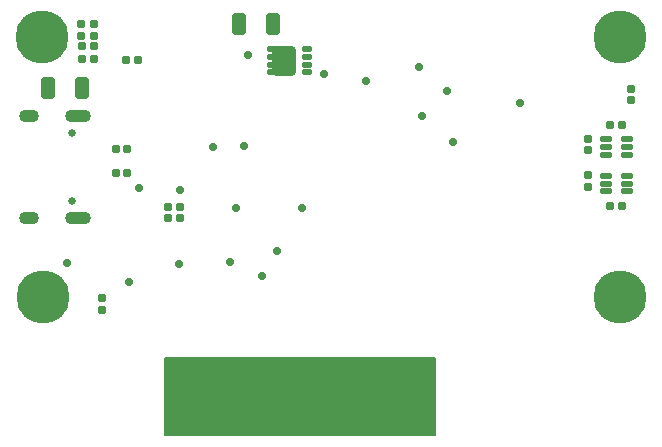
<source format=gbr>
%TF.GenerationSoftware,KiCad,Pcbnew,9.0.2*%
%TF.CreationDate,2026-02-15T12:31:08+01:00*%
%TF.ProjectId,PDNode-PDCard-5031,50444e6f-6465-42d5-9044-436172642d35,1.0.0*%
%TF.SameCoordinates,Original*%
%TF.FileFunction,Soldermask,Bot*%
%TF.FilePolarity,Negative*%
%FSLAX46Y46*%
G04 Gerber Fmt 4.6, Leading zero omitted, Abs format (unit mm)*
G04 Created by KiCad (PCBNEW 9.0.2) date 2026-02-15 12:31:08*
%MOMM*%
%LPD*%
G01*
G04 APERTURE LIST*
G04 Aperture macros list*
%AMRoundRect*
0 Rectangle with rounded corners*
0 $1 Rounding radius*
0 $2 $3 $4 $5 $6 $7 $8 $9 X,Y pos of 4 corners*
0 Add a 4 corners polygon primitive as box body*
4,1,4,$2,$3,$4,$5,$6,$7,$8,$9,$2,$3,0*
0 Add four circle primitives for the rounded corners*
1,1,$1+$1,$2,$3*
1,1,$1+$1,$4,$5*
1,1,$1+$1,$6,$7*
1,1,$1+$1,$8,$9*
0 Add four rect primitives between the rounded corners*
20,1,$1+$1,$2,$3,$4,$5,0*
20,1,$1+$1,$4,$5,$6,$7,0*
20,1,$1+$1,$6,$7,$8,$9,0*
20,1,$1+$1,$8,$9,$2,$3,0*%
G04 Aperture macros list end*
%ADD10C,0.150000*%
%ADD11C,0.800000*%
%ADD12C,4.500000*%
%ADD13C,0.650000*%
%ADD14O,2.200000X1.100000*%
%ADD15O,1.700000X1.100000*%
%ADD16RoundRect,0.050000X-0.350000X-1.600000X0.350000X-1.600000X0.350000X1.600000X-0.350000X1.600000X0*%
%ADD17RoundRect,0.050000X-0.350000X-2.150000X0.350000X-2.150000X0.350000X2.150000X-0.350000X2.150000X0*%
%ADD18RoundRect,0.160000X-0.210000X0.160000X-0.210000X-0.160000X0.210000X-0.160000X0.210000X0.160000X0*%
%ADD19C,0.700000*%
%ADD20RoundRect,0.165000X-0.165000X-0.195000X0.165000X-0.195000X0.165000X0.195000X-0.165000X0.195000X0*%
%ADD21RoundRect,0.165000X-0.195000X0.165000X-0.195000X-0.165000X0.195000X-0.165000X0.195000X0.165000X0*%
%ADD22RoundRect,0.165000X0.165000X0.195000X-0.165000X0.195000X-0.165000X-0.195000X0.165000X-0.195000X0*%
%ADD23RoundRect,0.160000X-0.160000X-0.210000X0.160000X-0.210000X0.160000X0.210000X-0.160000X0.210000X0*%
%ADD24RoundRect,0.165000X0.195000X-0.165000X0.195000X0.165000X-0.195000X0.165000X-0.195000X-0.165000X0*%
%ADD25RoundRect,0.272222X0.340278X0.652778X-0.340278X0.652778X-0.340278X-0.652778X0.340278X-0.652778X0*%
%ADD26RoundRect,0.125000X0.425000X0.125000X-0.425000X0.125000X-0.425000X-0.125000X0.425000X-0.125000X0*%
%ADD27RoundRect,0.172500X-0.197500X0.172500X-0.197500X-0.172500X0.197500X-0.172500X0.197500X0.172500X0*%
%ADD28RoundRect,0.272222X-0.340278X-0.652778X0.340278X-0.652778X0.340278X0.652778X-0.340278X0.652778X0*%
%ADD29RoundRect,0.130000X0.270000X0.130000X-0.270000X0.130000X-0.270000X-0.130000X0.270000X-0.130000X0*%
%ADD30RoundRect,0.305625X0.713125X0.930731X-0.713125X0.930731X-0.713125X-0.930731X0.713125X-0.930731X0*%
%ADD31RoundRect,0.078000X0.409500X0.182000X-0.409500X0.182000X-0.409500X-0.182000X0.409500X-0.182000X0*%
G04 APERTURE END LIST*
D10*
X12975000Y5875000D02*
X35800000Y5875000D01*
X35800000Y-725000D01*
X12975000Y-725000D01*
X12975000Y5875000D01*
G36*
X12975000Y5875000D02*
G01*
X35800000Y5875000D01*
X35800000Y-725000D01*
X12975000Y-725000D01*
X12975000Y5875000D01*
G37*
D11*
%TO.C,H3*%
X51500000Y31375000D03*
X50333274Y31858274D03*
X52666726Y31858274D03*
X49850000Y33025000D03*
D12*
X51500000Y33025000D03*
D11*
X53150000Y33025000D03*
X50333274Y34191726D03*
X52666726Y34191726D03*
X51500000Y34675000D03*
%TD*%
%TO.C,H1*%
X2589229Y31371686D03*
X1422503Y31854960D03*
X3755955Y31854960D03*
X939229Y33021686D03*
D12*
X2589229Y33021686D03*
D11*
X4239229Y33021686D03*
X1422503Y34188412D03*
X3755955Y34188412D03*
X2589229Y34671686D03*
%TD*%
D13*
%TO.C,J1*%
X5105000Y24915000D03*
X5105000Y19135000D03*
D14*
X5605000Y26345000D03*
D15*
X1425000Y26345000D03*
D14*
X5605000Y17705000D03*
D15*
X1425000Y17705000D03*
%TD*%
D11*
%TO.C,H2*%
X2619995Y9367466D03*
X1453269Y9850740D03*
X3786721Y9850740D03*
X969995Y11017466D03*
D12*
X2619995Y11017466D03*
D11*
X4269995Y11017466D03*
X1453269Y12184192D03*
X3786721Y12184192D03*
X2619995Y12667466D03*
%TD*%
D16*
%TO.C,J2*%
X14750000Y4075000D03*
D17*
X15750000Y3525000D03*
X16750000Y3525000D03*
X17750000Y3525000D03*
X18750000Y3525000D03*
X19750000Y3525000D03*
X20750000Y3525000D03*
X21750000Y3525000D03*
X22750000Y3525000D03*
X23750000Y3525000D03*
X24750000Y3525000D03*
X27750000Y3525000D03*
X28750000Y3525000D03*
X29750000Y3525000D03*
X30750000Y3525000D03*
X31750000Y3525000D03*
X32750000Y3525000D03*
X33750000Y3525000D03*
%TD*%
D11*
%TO.C,H4*%
X51500000Y9375000D03*
X50333274Y9858274D03*
X52666726Y9858274D03*
X49850000Y11025000D03*
D12*
X51500000Y11025000D03*
D11*
X53150000Y11025000D03*
X50333274Y12191726D03*
X52666726Y12191726D03*
X51500000Y12675000D03*
%TD*%
D18*
%TO.C,R35*%
X6950000Y32210000D03*
X6950000Y31190000D03*
%TD*%
D19*
%TO.C,PMFB1*%
X36850000Y28450000D03*
%TD*%
D20*
%TO.C,C35*%
X8800000Y23500000D03*
X9760000Y23500000D03*
%TD*%
D19*
%TO.C,DCRG1*%
X26400000Y29850000D03*
%TD*%
%TO.C,VSS1*%
X19700000Y23750000D03*
%TD*%
D21*
%TO.C,C37*%
X13250000Y18610000D03*
X13250000Y17650000D03*
%TD*%
D22*
%TO.C,C41*%
X10650000Y31050000D03*
X9690000Y31050000D03*
%TD*%
D19*
%TO.C,PMON1*%
X22450000Y14850000D03*
%TD*%
%TO.C,PDAT1*%
X21200000Y12800000D03*
%TD*%
D21*
%TO.C,C36*%
X14250000Y18630000D03*
X14250000Y17670000D03*
%TD*%
D23*
%TO.C,R41*%
X50680000Y18700000D03*
X51700000Y18700000D03*
%TD*%
D19*
%TO.C,PD5*%
X18500000Y14000000D03*
%TD*%
D24*
%TO.C,C31*%
X7600000Y9920000D03*
X7600000Y10880000D03*
%TD*%
D20*
%TO.C,C34*%
X8800000Y21530000D03*
X9760000Y21530000D03*
%TD*%
D24*
%TO.C,C30*%
X48825000Y23412500D03*
X48825000Y24372500D03*
%TD*%
D18*
%TO.C,R33*%
X6950000Y34150000D03*
X6950000Y33130000D03*
%TD*%
D23*
%TO.C,R46*%
X50640000Y25600000D03*
X51660000Y25600000D03*
%TD*%
D25*
%TO.C,R26*%
X5962500Y28700000D03*
X3037500Y28700000D03*
%TD*%
D18*
%TO.C,R34*%
X5910000Y32210000D03*
X5910000Y31190000D03*
%TD*%
D19*
%TO.C,PD18*%
X9950000Y12300000D03*
%TD*%
%TO.C,VMON1*%
X4650000Y13900000D03*
%TD*%
%TO.C,CC2*%
X14250000Y20050000D03*
%TD*%
D26*
%TO.C,IC7*%
X52125000Y24335000D03*
X52125000Y23685000D03*
X52125000Y23035000D03*
X50350000Y23035000D03*
X50350000Y23685000D03*
X50350000Y24335000D03*
%TD*%
D19*
%TO.C,PM5*%
X34700000Y26300000D03*
%TD*%
D27*
%TO.C,D4*%
X52400000Y28635000D03*
X52400000Y27665000D03*
%TD*%
D19*
%TO.C,V24F1*%
X30000000Y29250000D03*
%TD*%
%TO.C,PM3*%
X37350000Y24100000D03*
%TD*%
D24*
%TO.C,C25*%
X48825000Y20332500D03*
X48825000Y21292500D03*
%TD*%
D19*
%TO.C,CC1*%
X10800000Y20200000D03*
%TD*%
%TO.C,VBUS1*%
X20000000Y31500000D03*
%TD*%
D18*
%TO.C,R32*%
X5900000Y34150000D03*
X5900000Y33130000D03*
%TD*%
D28*
%TO.C,R22*%
X19233146Y34141299D03*
X22158146Y34141299D03*
%TD*%
D19*
%TO.C,PMO2*%
X18950000Y18550000D03*
%TD*%
D29*
%TO.C,T3*%
X25000000Y31975000D03*
X25000000Y31325000D03*
X25000000Y30675000D03*
X25000000Y30025000D03*
D30*
X23056250Y30998644D03*
D31*
X22086864Y30022287D03*
X22086864Y30674950D03*
X22084232Y31324980D03*
X22087500Y31975000D03*
%TD*%
D19*
%TO.C,PME1*%
X34500000Y30450000D03*
%TD*%
%TO.C,VDRV1*%
X17000000Y23700000D03*
%TD*%
%TO.C,V24*%
X43000000Y27450000D03*
%TD*%
%TO.C,PDEN1*%
X14150000Y13800000D03*
%TD*%
%TO.C,PMO1*%
X24550000Y18500000D03*
%TD*%
D26*
%TO.C,IC5*%
X52075000Y21250000D03*
X52075000Y20600000D03*
X52075000Y19950000D03*
X50300000Y19950000D03*
X50300000Y20600000D03*
X50300000Y21250000D03*
%TD*%
M02*

</source>
